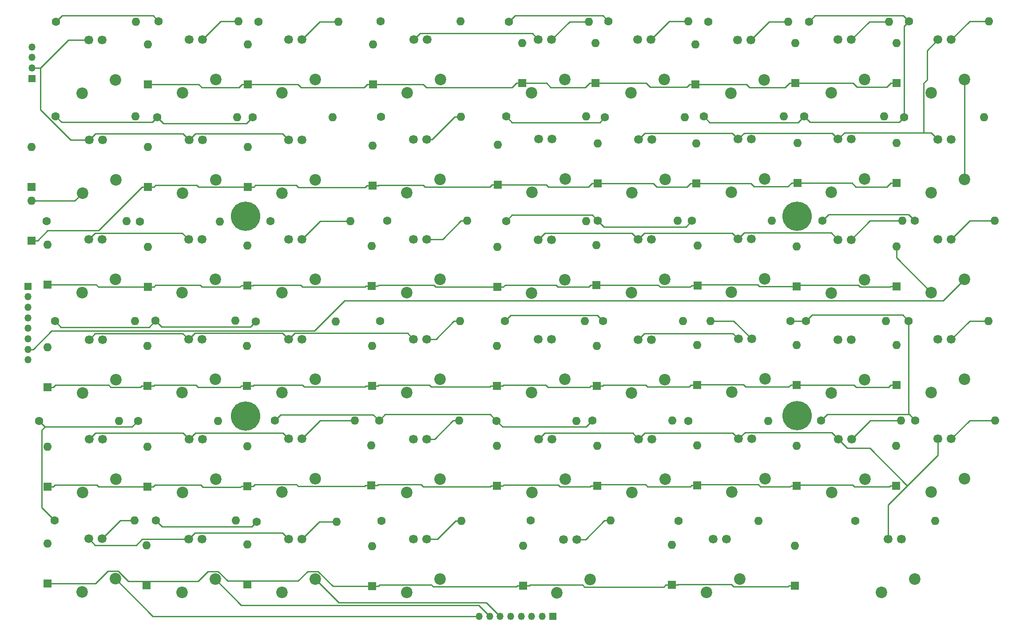
<source format=gtl>
%TF.GenerationSoftware,KiCad,Pcbnew,5.1.5+dfsg1-2build2*%
%TF.CreationDate,2021-08-29T11:58:19+02:00*%
%TF.ProjectId,BFK9kv2-left,42464b39-6b76-4322-9d6c-6566742e6b69,rev?*%
%TF.SameCoordinates,Original*%
%TF.FileFunction,Copper,L1,Top*%
%TF.FilePolarity,Positive*%
%FSLAX46Y46*%
G04 Gerber Fmt 4.6, Leading zero omitted, Abs format (unit mm)*
G04 Created by KiCad (PCBNEW 5.1.5+dfsg1-2build2) date 2021-08-29 11:58:19*
%MOMM*%
%LPD*%
G04 APERTURE LIST*
%ADD10C,1.690600*%
%ADD11C,2.200000*%
%ADD12O,1.600000X1.600000*%
%ADD13C,1.600000*%
%ADD14R,1.600000X1.600000*%
%ADD15C,5.600000*%
%ADD16O,1.350000X1.350000*%
%ADD17R,1.350000X1.350000*%
%ADD18C,0.250000*%
G04 APERTURE END LIST*
D10*
X219964000Y-54229000D03*
X222504000Y-54229000D03*
D11*
X218694000Y-64389000D03*
X225044000Y-61849000D03*
D10*
X96139400Y-149453000D03*
X98679400Y-149453000D03*
D11*
X94869400Y-159613000D03*
X101219400Y-157073000D03*
D10*
X77064000Y-149479000D03*
X79604000Y-149479000D03*
D11*
X75794000Y-159639000D03*
X82144000Y-157099000D03*
D10*
X200914000Y-54229000D03*
X203454000Y-54229000D03*
D11*
X199644000Y-64389000D03*
X205994000Y-61849000D03*
D12*
X230886000Y-126848000D03*
D13*
X215646000Y-126848000D03*
D12*
X229616000Y-107848000D03*
D13*
X214376000Y-107848000D03*
D12*
X230734000Y-88747600D03*
D13*
X215494000Y-88747600D03*
D12*
X228752000Y-68986400D03*
D13*
X213512000Y-68986400D03*
D12*
X229667000Y-50749200D03*
D13*
X214427000Y-50749200D03*
D10*
X210439000Y-149478000D03*
X212979000Y-149478000D03*
D11*
X209169000Y-159638000D03*
X215519000Y-157098000D03*
D10*
X177114000Y-149453000D03*
X179654000Y-149453000D03*
D11*
X175844000Y-159613000D03*
X182194000Y-157073000D03*
D10*
X148539000Y-149504000D03*
X151079000Y-149504000D03*
D11*
X147269000Y-159664000D03*
X153619000Y-157124000D03*
D10*
X58013600Y-149403000D03*
X60553600Y-149403000D03*
D11*
X56743600Y-159563000D03*
X63093600Y-157023000D03*
D10*
X219964000Y-130353000D03*
X222504000Y-130353000D03*
D11*
X218694000Y-140513000D03*
X225044000Y-137973000D03*
D10*
X181940000Y-130353000D03*
X184480000Y-130353000D03*
D11*
X180670000Y-140513000D03*
X187020000Y-137973000D03*
D10*
X119938000Y-130378000D03*
X122478000Y-130378000D03*
D11*
X118668000Y-140538000D03*
X125018000Y-137998000D03*
D10*
X219964000Y-111354000D03*
X222504000Y-111354000D03*
D11*
X218694000Y-121514000D03*
X225044000Y-118974000D03*
D10*
X200914000Y-111404000D03*
X203454000Y-111404000D03*
D11*
X199644000Y-121564000D03*
X205994000Y-119024000D03*
D10*
X181889000Y-111303000D03*
X184429000Y-111303000D03*
D11*
X180619000Y-121463000D03*
X186969000Y-118923000D03*
D10*
X119964000Y-111353000D03*
X122504000Y-111353000D03*
D11*
X118694000Y-121513000D03*
X125044000Y-118973000D03*
D10*
X219964000Y-92303600D03*
X222504000Y-92303600D03*
D11*
X218694000Y-102463600D03*
X225044000Y-99923600D03*
D10*
X181813000Y-92252800D03*
X184353000Y-92252800D03*
D11*
X180543000Y-102412800D03*
X186893000Y-99872800D03*
D10*
X119939000Y-92303600D03*
X122479000Y-92303600D03*
D11*
X118669000Y-102463600D03*
X125019000Y-99923600D03*
D10*
X219913000Y-73253600D03*
X222453000Y-73253600D03*
D11*
X218643000Y-83413600D03*
X224993000Y-80873600D03*
D10*
X200914000Y-73202800D03*
X203454000Y-73202800D03*
D11*
X199644000Y-83362800D03*
X205994000Y-80822800D03*
D10*
X181864000Y-73202800D03*
X184404000Y-73202800D03*
D11*
X180594000Y-83362800D03*
X186944000Y-80822800D03*
D10*
X119913000Y-73279000D03*
X122453000Y-73279000D03*
D11*
X118643000Y-83439000D03*
X124993000Y-80899000D03*
D10*
X120015000Y-54229000D03*
X122555000Y-54229000D03*
D11*
X118745000Y-64389000D03*
X125095000Y-61849000D03*
D12*
X211988000Y-131674000D03*
D14*
X211988000Y-139294000D03*
D12*
X212090000Y-112471000D03*
D14*
X212090000Y-120091000D03*
D12*
X212039000Y-93675000D03*
D14*
X212039000Y-101295000D03*
D12*
X212090000Y-73914000D03*
D14*
X212090000Y-81534000D03*
D12*
X212090000Y-54864000D03*
D14*
X212090000Y-62484000D03*
D15*
X87889100Y-87873800D03*
X87889100Y-125994000D03*
X193065000Y-125959000D03*
X193065000Y-87878900D03*
D16*
X47188500Y-55628000D03*
X47188500Y-57628000D03*
X47188500Y-59628000D03*
D17*
X47188500Y-61628000D03*
D16*
X132482000Y-164186000D03*
X134482000Y-164186000D03*
X136482000Y-164186000D03*
X138482000Y-164186000D03*
X140482000Y-164186000D03*
X142482000Y-164186000D03*
X144482000Y-164186000D03*
D17*
X146482000Y-164186000D03*
D16*
X46431200Y-115270000D03*
X46431200Y-113270000D03*
X46431200Y-111270000D03*
X46431200Y-109270000D03*
X46431200Y-107270000D03*
X46431200Y-105270000D03*
X46431200Y-103270000D03*
D17*
X46431200Y-101270000D03*
D10*
X119939000Y-149453000D03*
X122479000Y-149453000D03*
D11*
X118669000Y-159613000D03*
X125019000Y-157073000D03*
D10*
X200939000Y-130429000D03*
X203479000Y-130429000D03*
D11*
X199669000Y-140589000D03*
X206019000Y-138049000D03*
D10*
X200863000Y-92354400D03*
X203403000Y-92354400D03*
D11*
X199593000Y-102514400D03*
X205943000Y-99974400D03*
D12*
X213157000Y-88747600D03*
D13*
X197917000Y-88747600D03*
D12*
X192989000Y-93624000D03*
D14*
X192989000Y-101244000D03*
D12*
X212903000Y-126848000D03*
D13*
X197663000Y-126848000D03*
D12*
X210058000Y-107899000D03*
D13*
X194818000Y-107899000D03*
D12*
X219431000Y-146024000D03*
D13*
X204191000Y-146024000D03*
D12*
X187604000Y-126898000D03*
D13*
X172364000Y-126898000D03*
D12*
X176606000Y-107848000D03*
D13*
X191846000Y-107848000D03*
D12*
X188265000Y-88747600D03*
D13*
X173025000Y-88747600D03*
D12*
X185699000Y-146024000D03*
D13*
X170459000Y-146024000D03*
D12*
X169266000Y-126848000D03*
D13*
X154026000Y-126848000D03*
D12*
X171349000Y-107925000D03*
D13*
X156109000Y-107925000D03*
D12*
X170332000Y-88722200D03*
D13*
X155092000Y-88722200D03*
D12*
X157505000Y-145923000D03*
D13*
X142265000Y-145923000D03*
D12*
X151028000Y-126898000D03*
D13*
X135788000Y-126898000D03*
D12*
X152578000Y-107899000D03*
D13*
X137338000Y-107899000D03*
D12*
X152832000Y-88823800D03*
D13*
X137592000Y-88823800D03*
D12*
X129108000Y-145999000D03*
D13*
X113868000Y-145999000D03*
D12*
X128626000Y-126848000D03*
D13*
X113386000Y-126848000D03*
D12*
X128803000Y-107899000D03*
D13*
X113563000Y-107899000D03*
D12*
X130150000Y-88773000D03*
D13*
X114910000Y-88773000D03*
D12*
X105308400Y-146126000D03*
D13*
X90068400Y-146126000D03*
D12*
X108762800Y-126848000D03*
D13*
X93522800Y-126848000D03*
D12*
X105105200Y-107950000D03*
D13*
X89865200Y-107950000D03*
D12*
X107873800Y-88823800D03*
D13*
X92633800Y-88823800D03*
D12*
X86106000Y-145923000D03*
D13*
X70866000Y-145923000D03*
D12*
X82651600Y-126898000D03*
D13*
X67411600Y-126898000D03*
D12*
X86004400Y-107823000D03*
D13*
X70764400Y-107823000D03*
D12*
X83058000Y-88900000D03*
D13*
X67818000Y-88900000D03*
D12*
X66751200Y-145898000D03*
D13*
X51511200Y-145898000D03*
D12*
X63804800Y-126898000D03*
D13*
X48564800Y-126898000D03*
D12*
X66852800Y-107925000D03*
D13*
X51612800Y-107925000D03*
D12*
X65278000Y-88823800D03*
D13*
X50038000Y-88823800D03*
D10*
X162864000Y-130378000D03*
X165404000Y-130378000D03*
D11*
X161594000Y-140538000D03*
X167944000Y-137998000D03*
D10*
X162789000Y-111404000D03*
X165329000Y-111404000D03*
D11*
X161519000Y-121564000D03*
X167869000Y-119024000D03*
D10*
X162763000Y-92329000D03*
X165303000Y-92329000D03*
D11*
X161493000Y-102489000D03*
X167843000Y-99949000D03*
D10*
X143815000Y-130403000D03*
X146355000Y-130403000D03*
D11*
X142545000Y-140563000D03*
X148895000Y-138023000D03*
D10*
X143739000Y-111379000D03*
X146279000Y-111379000D03*
D11*
X142469000Y-121539000D03*
X148819000Y-118999000D03*
D10*
X143739000Y-92354400D03*
X146279000Y-92354400D03*
D11*
X142469000Y-102514400D03*
X148819000Y-99974400D03*
D10*
X96139000Y-130328000D03*
X98679000Y-130328000D03*
D11*
X94869000Y-140488000D03*
X101219000Y-137948000D03*
D10*
X96139000Y-111379000D03*
X98679000Y-111379000D03*
D11*
X94869000Y-121539000D03*
X101219000Y-118999000D03*
D10*
X96113600Y-92329000D03*
X98653600Y-92329000D03*
D11*
X94843600Y-102489000D03*
X101193600Y-99949000D03*
D10*
X77139800Y-130429000D03*
X79679800Y-130429000D03*
D11*
X75869800Y-140589000D03*
X82219800Y-138049000D03*
D10*
X77063600Y-111379000D03*
X79603600Y-111379000D03*
D11*
X75793600Y-121539000D03*
X82143600Y-118999000D03*
D10*
X77063600Y-92329000D03*
X79603600Y-92329000D03*
D11*
X75793600Y-102489000D03*
X82143600Y-99949000D03*
D10*
X58089800Y-130429000D03*
X60629800Y-130429000D03*
D11*
X56819800Y-140589000D03*
X63169800Y-138049000D03*
D10*
X58089800Y-111404000D03*
X60629800Y-111404000D03*
D11*
X56819800Y-121564000D03*
X63169800Y-119024000D03*
D10*
X58013600Y-92303600D03*
X60553600Y-92303600D03*
D11*
X56743600Y-102463600D03*
X63093600Y-99923600D03*
D12*
X193040000Y-131699000D03*
D14*
X193040000Y-139319000D03*
D12*
X192989000Y-112420000D03*
D14*
X192989000Y-120040000D03*
D12*
X192659000Y-150698000D03*
D14*
X192659000Y-158318000D03*
D12*
X174066000Y-131623000D03*
D14*
X174066000Y-139243000D03*
D12*
X174015000Y-112471000D03*
D14*
X174015000Y-120091000D03*
D12*
X174117000Y-93472000D03*
D14*
X174117000Y-101092000D03*
D12*
X169189000Y-150596000D03*
D14*
X169189000Y-158216000D03*
D12*
X154965000Y-131648000D03*
D14*
X154965000Y-139268000D03*
D12*
X154864000Y-112649000D03*
D14*
X154864000Y-120269000D03*
D12*
X154838000Y-93421000D03*
D14*
X154838000Y-101041000D03*
D12*
X140868000Y-150749000D03*
D14*
X140868000Y-158369000D03*
D12*
X135865000Y-131648000D03*
D14*
X135865000Y-139268000D03*
D12*
X135814000Y-112598000D03*
D14*
X135814000Y-120218000D03*
D12*
X135941000Y-93777000D03*
D14*
X135941000Y-101397000D03*
D12*
X112090000Y-150825000D03*
D14*
X112090000Y-158445000D03*
D12*
X111912000Y-131597000D03*
D14*
X111912000Y-139217000D03*
D12*
X112039000Y-112598000D03*
D14*
X112039000Y-120218000D03*
D12*
X111989000Y-93599000D03*
D14*
X111989000Y-101219000D03*
D12*
X88290400Y-150444000D03*
D14*
X88290400Y-158064000D03*
D12*
X88239600Y-131801000D03*
D14*
X88239600Y-139421000D03*
D12*
X88214200Y-112649000D03*
D14*
X88214200Y-120269000D03*
D12*
X88265000Y-93472000D03*
D14*
X88265000Y-101092000D03*
D12*
X69088000Y-150622000D03*
D14*
X69088000Y-158242000D03*
D12*
X69215000Y-131826000D03*
D14*
X69215000Y-139446000D03*
D12*
X69240400Y-112598000D03*
D14*
X69240400Y-120218000D03*
D12*
X69342000Y-93726000D03*
D14*
X69342000Y-101346000D03*
D12*
X50190400Y-150317000D03*
D14*
X50190400Y-157937000D03*
D12*
X50165000Y-131826000D03*
D14*
X50165000Y-139446000D03*
D12*
X50165000Y-112903000D03*
D14*
X50165000Y-120523000D03*
D12*
X50165000Y-93345000D03*
D14*
X50165000Y-100965000D03*
D12*
X193167000Y-73914000D03*
D14*
X193167000Y-81534000D03*
D12*
X192786000Y-54864000D03*
D14*
X192786000Y-62484000D03*
D12*
X173863000Y-74041000D03*
D14*
X173863000Y-81661000D03*
D12*
X173736000Y-55118000D03*
D14*
X173736000Y-62738000D03*
D12*
X155067000Y-74041000D03*
D14*
X155067000Y-81661000D03*
D12*
X154686000Y-54864000D03*
D14*
X154686000Y-62484000D03*
D12*
X136017000Y-74295000D03*
D14*
X136017000Y-81915000D03*
D12*
X140716000Y-54864000D03*
D14*
X140716000Y-62484000D03*
D12*
X112141000Y-74422000D03*
D14*
X112141000Y-82042000D03*
D12*
X112268000Y-55118000D03*
D14*
X112268000Y-62738000D03*
D12*
X88392000Y-74676000D03*
D14*
X88392000Y-82296000D03*
D12*
X88392000Y-55118000D03*
D14*
X88392000Y-62738000D03*
D12*
X69342000Y-74676000D03*
D14*
X69342000Y-82296000D03*
D12*
X69342000Y-55118000D03*
D14*
X69342000Y-62738000D03*
D12*
X47142400Y-84937600D03*
D14*
X47142400Y-92557600D03*
D12*
X47142400Y-74676000D03*
D14*
X47142400Y-82296000D03*
D10*
X162712000Y-54229000D03*
X165252000Y-54229000D03*
D11*
X161442000Y-64389000D03*
X167792000Y-61849000D03*
D10*
X181737000Y-54279800D03*
X184277000Y-54279800D03*
D11*
X180467000Y-64439800D03*
X186817000Y-61899800D03*
D10*
X162839000Y-73253600D03*
X165379000Y-73253600D03*
D11*
X161569000Y-83413600D03*
X167919000Y-80873600D03*
D10*
X143789000Y-73202800D03*
X146329000Y-73202800D03*
D11*
X142519000Y-83362800D03*
X148869000Y-80822800D03*
D10*
X143764000Y-54229000D03*
X146304000Y-54229000D03*
D11*
X142494000Y-64389000D03*
X148844000Y-61849000D03*
D10*
X96139000Y-73304400D03*
X98679000Y-73304400D03*
D11*
X94869000Y-83464400D03*
X101219000Y-80924400D03*
D10*
X96139000Y-54229000D03*
X98679000Y-54229000D03*
D11*
X94869000Y-64389000D03*
X101219000Y-61849000D03*
D10*
X77139800Y-73304400D03*
X79679800Y-73304400D03*
D11*
X75869800Y-83464400D03*
X82219800Y-80924400D03*
D10*
X77165200Y-54203600D03*
X79705200Y-54203600D03*
D11*
X75895200Y-64363600D03*
X82245200Y-61823600D03*
D10*
X58115200Y-73304400D03*
X60655200Y-73304400D03*
D11*
X56845200Y-83464400D03*
X63195200Y-80924400D03*
D10*
X58064400Y-54254400D03*
X60604400Y-54254400D03*
D11*
X56794400Y-64414400D03*
X63144400Y-61874400D03*
D12*
X209677000Y-68834000D03*
D13*
X194437000Y-68834000D03*
D12*
X210617000Y-50800000D03*
D13*
X195377000Y-50800000D03*
D12*
X190551000Y-68884800D03*
D13*
X175311000Y-68884800D03*
D12*
X191364000Y-50800000D03*
D13*
X176124000Y-50800000D03*
D12*
X171679000Y-69037200D03*
D13*
X156439000Y-69037200D03*
D12*
X172364000Y-50749200D03*
D13*
X157124000Y-50749200D03*
D12*
X152883000Y-68884800D03*
D13*
X137643000Y-68884800D03*
D12*
X153416000Y-50800000D03*
D13*
X138176000Y-50800000D03*
D12*
X128956000Y-68961000D03*
D13*
X113716000Y-68961000D03*
D12*
X128880000Y-50749200D03*
D13*
X113640000Y-50749200D03*
D12*
X104546400Y-69062600D03*
D13*
X89306400Y-69062600D03*
D12*
X105664000Y-50800000D03*
D13*
X90424000Y-50800000D03*
D12*
X86309200Y-69062600D03*
D13*
X71069200Y-69062600D03*
D12*
X86614000Y-50698400D03*
D13*
X71374000Y-50698400D03*
D12*
X66929000Y-68834000D03*
D13*
X51689000Y-68834000D03*
D12*
X67056000Y-50800000D03*
D13*
X51816000Y-50800000D03*
D18*
X86614000Y-50698400D02*
X83210400Y-50698400D01*
X83210400Y-50698400D02*
X79705200Y-54203600D01*
X105664000Y-50800000D02*
X102108000Y-50800000D01*
X102108000Y-50800000D02*
X98679000Y-54229000D01*
X153416000Y-50800000D02*
X149733000Y-50800000D01*
X149733000Y-50800000D02*
X146304000Y-54229000D01*
X172364000Y-50749200D02*
X168731800Y-50749200D01*
X168731800Y-50749200D02*
X165252000Y-54229000D01*
X191364000Y-50800000D02*
X187756800Y-50800000D01*
X187756800Y-50800000D02*
X184277000Y-54279800D01*
X210617000Y-50800000D02*
X206883000Y-50800000D01*
X206883000Y-50800000D02*
X203454000Y-54229000D01*
X128956000Y-68961000D02*
X127830700Y-68961000D01*
X122453000Y-73279000D02*
X123512700Y-73279000D01*
X123512700Y-73279000D02*
X127830700Y-68961000D01*
X154686000Y-62484000D02*
X153560700Y-62484000D01*
X140716000Y-62484000D02*
X145293200Y-62484000D01*
X145293200Y-62484000D02*
X146124200Y-63315000D01*
X146124200Y-63315000D02*
X152729700Y-63315000D01*
X152729700Y-63315000D02*
X153560700Y-62484000D01*
X140153400Y-62484000D02*
X140716000Y-62484000D01*
X140153400Y-62484000D02*
X139590700Y-62484000D01*
X88392000Y-62738000D02*
X87266700Y-62738000D01*
X69342000Y-62738000D02*
X78999200Y-62738000D01*
X78999200Y-62738000D02*
X79572200Y-63311000D01*
X79572200Y-63311000D02*
X86693700Y-63311000D01*
X86693700Y-63311000D02*
X87266700Y-62738000D01*
X173736000Y-62738000D02*
X172610700Y-62738000D01*
X154686000Y-62484000D02*
X164292000Y-62484000D01*
X164292000Y-62484000D02*
X165097200Y-63289200D01*
X165097200Y-63289200D02*
X172059500Y-63289200D01*
X172059500Y-63289200D02*
X172610700Y-62738000D01*
X112268000Y-62738000D02*
X111142700Y-62738000D01*
X88392000Y-62738000D02*
X97922200Y-62738000D01*
X97922200Y-62738000D02*
X98499200Y-63315000D01*
X98499200Y-63315000D02*
X110565700Y-63315000D01*
X110565700Y-63315000D02*
X111142700Y-62738000D01*
X112268000Y-62738000D02*
X121798200Y-62738000D01*
X121798200Y-62738000D02*
X122375200Y-63315000D01*
X122375200Y-63315000D02*
X138759700Y-63315000D01*
X138759700Y-63315000D02*
X139590700Y-62484000D01*
X212090000Y-62484000D02*
X210964700Y-62484000D01*
X192786000Y-62484000D02*
X203727900Y-62484000D01*
X203727900Y-62484000D02*
X204525700Y-63281800D01*
X204525700Y-63281800D02*
X210166900Y-63281800D01*
X210166900Y-63281800D02*
X210964700Y-62484000D01*
X192223400Y-62484000D02*
X192786000Y-62484000D01*
X192223400Y-62484000D02*
X191660700Y-62484000D01*
X173736000Y-62738000D02*
X183418600Y-62738000D01*
X183418600Y-62738000D02*
X184021500Y-63340900D01*
X184021500Y-63340900D02*
X190803800Y-63340900D01*
X190803800Y-63340900D02*
X191660700Y-62484000D01*
X47142400Y-84937600D02*
X55372000Y-84937600D01*
X55372000Y-84937600D02*
X56845200Y-83464400D01*
X69342000Y-82296000D02*
X68216700Y-82296000D01*
X47142400Y-92557600D02*
X48267700Y-92557600D01*
X48267700Y-92557600D02*
X50193600Y-90631700D01*
X50193600Y-90631700D02*
X59881000Y-90631700D01*
X59881000Y-90631700D02*
X68216700Y-82296000D01*
X88392000Y-82296000D02*
X87266700Y-82296000D01*
X69342000Y-82296000D02*
X70467300Y-82296000D01*
X70467300Y-82296000D02*
X70764700Y-81998600D01*
X70764700Y-81998600D02*
X78584100Y-81998600D01*
X78584100Y-81998600D02*
X78943700Y-82358200D01*
X78943700Y-82358200D02*
X87204500Y-82358200D01*
X87204500Y-82358200D02*
X87266700Y-82296000D01*
X212090000Y-81534000D02*
X210964700Y-81534000D01*
X193167000Y-81534000D02*
X203561500Y-81534000D01*
X203561500Y-81534000D02*
X204301800Y-82274300D01*
X204301800Y-82274300D02*
X210224400Y-82274300D01*
X210224400Y-82274300D02*
X210964700Y-81534000D01*
X192604400Y-81534000D02*
X193167000Y-81534000D01*
X173863000Y-81661000D02*
X172737700Y-81661000D01*
X155067000Y-81661000D02*
X165693200Y-81661000D01*
X165693200Y-81661000D02*
X166338800Y-82306600D01*
X166338800Y-82306600D02*
X172092100Y-82306600D01*
X172092100Y-82306600D02*
X172737700Y-81661000D01*
X154504400Y-81661000D02*
X155067000Y-81661000D01*
X112141000Y-82042000D02*
X111015700Y-82042000D01*
X88392000Y-82296000D02*
X89517300Y-82296000D01*
X89517300Y-82296000D02*
X89814700Y-81998600D01*
X89814700Y-81998600D02*
X97583300Y-81998600D01*
X97583300Y-81998600D02*
X97977500Y-82392800D01*
X97977500Y-82392800D02*
X110664900Y-82392800D01*
X110664900Y-82392800D02*
X111015700Y-82042000D01*
X136017000Y-81915000D02*
X134891700Y-81915000D01*
X112141000Y-82042000D02*
X113266300Y-82042000D01*
X113266300Y-82042000D02*
X113351200Y-81957100D01*
X113351200Y-81957100D02*
X121789100Y-81957100D01*
X121789100Y-81957100D02*
X122167300Y-82335300D01*
X122167300Y-82335300D02*
X134471400Y-82335300D01*
X134471400Y-82335300D02*
X134891700Y-81915000D01*
X192604400Y-81534000D02*
X192041700Y-81534000D01*
X173863000Y-81661000D02*
X184301900Y-81661000D01*
X184301900Y-81661000D02*
X184898700Y-82257800D01*
X184898700Y-82257800D02*
X191317900Y-82257800D01*
X191317900Y-82257800D02*
X192041700Y-81534000D01*
X154504400Y-81661000D02*
X153941700Y-81661000D01*
X136017000Y-81915000D02*
X145251300Y-81915000D01*
X145251300Y-81915000D02*
X145628500Y-82292200D01*
X145628500Y-82292200D02*
X153310500Y-82292200D01*
X153310500Y-82292200D02*
X153941700Y-81661000D01*
X213512000Y-68986400D02*
X213512000Y-51664200D01*
X213512000Y-51664200D02*
X214427000Y-50749200D01*
X194437000Y-68834000D02*
X195569100Y-69966100D01*
X195569100Y-69966100D02*
X212532300Y-69966100D01*
X212532300Y-69966100D02*
X213512000Y-68986400D01*
X215494000Y-88747600D02*
X214318600Y-87572200D01*
X214318600Y-87572200D02*
X199092400Y-87572200D01*
X199092400Y-87572200D02*
X197917000Y-88747600D01*
X175311000Y-68884800D02*
X176443700Y-70017500D01*
X176443700Y-70017500D02*
X193253500Y-70017500D01*
X193253500Y-70017500D02*
X194437000Y-68834000D01*
X137643000Y-68884800D02*
X138769600Y-70011400D01*
X138769600Y-70011400D02*
X155464800Y-70011400D01*
X155464800Y-70011400D02*
X156439000Y-69037200D01*
X157124000Y-50749200D02*
X156042900Y-49668100D01*
X156042900Y-49668100D02*
X139307900Y-49668100D01*
X139307900Y-49668100D02*
X138176000Y-50800000D01*
X214376000Y-125702400D02*
X214500400Y-125702400D01*
X214500400Y-125702400D02*
X215646000Y-126848000D01*
X197663000Y-126848000D02*
X198808600Y-125702400D01*
X198808600Y-125702400D02*
X214376000Y-125702400D01*
X214376000Y-125702400D02*
X214376000Y-107848000D01*
X191846000Y-107848000D02*
X194767000Y-107848000D01*
X194767000Y-107848000D02*
X194818000Y-107899000D01*
X173025000Y-88747600D02*
X171876300Y-89896300D01*
X171876300Y-89896300D02*
X156266100Y-89896300D01*
X156266100Y-89896300D02*
X155092000Y-88722200D01*
X137592000Y-88823800D02*
X138761700Y-87654100D01*
X138761700Y-87654100D02*
X154023900Y-87654100D01*
X154023900Y-87654100D02*
X155092000Y-88722200D01*
X113386000Y-126848000D02*
X112260500Y-125722500D01*
X112260500Y-125722500D02*
X94648300Y-125722500D01*
X94648300Y-125722500D02*
X93522800Y-126848000D01*
X113386000Y-126848000D02*
X114529000Y-125705000D01*
X114529000Y-125705000D02*
X134595000Y-125705000D01*
X134595000Y-125705000D02*
X135788000Y-126898000D01*
X70764400Y-107823000D02*
X71904100Y-108962700D01*
X71904100Y-108962700D02*
X88852500Y-108962700D01*
X88852500Y-108962700D02*
X89865200Y-107950000D01*
X70764400Y-107823000D02*
X69537000Y-109050400D01*
X69537000Y-109050400D02*
X52738200Y-109050400D01*
X52738200Y-109050400D02*
X51612800Y-107925000D01*
X49690200Y-128023400D02*
X48564800Y-126898000D01*
X67411600Y-126898000D02*
X66286200Y-128023400D01*
X66286200Y-128023400D02*
X49690200Y-128023400D01*
X51511200Y-145898000D02*
X49027700Y-143414500D01*
X49027700Y-143414500D02*
X49027700Y-128685900D01*
X49027700Y-128685900D02*
X49690200Y-128023400D01*
X214427000Y-50749200D02*
X213352400Y-49674600D01*
X213352400Y-49674600D02*
X196502400Y-49674600D01*
X196502400Y-49674600D02*
X195377000Y-50800000D01*
X154026000Y-126848000D02*
X152850600Y-128023400D01*
X152850600Y-128023400D02*
X136913400Y-128023400D01*
X136913400Y-128023400D02*
X135788000Y-126898000D01*
X51816000Y-50800000D02*
X52951400Y-49664600D01*
X52951400Y-49664600D02*
X70340200Y-49664600D01*
X70340200Y-49664600D02*
X71374000Y-50698400D01*
X70866000Y-145923000D02*
X71993200Y-147050200D01*
X71993200Y-147050200D02*
X89144200Y-147050200D01*
X89144200Y-147050200D02*
X90068400Y-146126000D01*
X71069200Y-69062600D02*
X72241600Y-70235000D01*
X72241600Y-70235000D02*
X88134000Y-70235000D01*
X88134000Y-70235000D02*
X89306400Y-69062600D01*
X51689000Y-68834000D02*
X52846300Y-69991300D01*
X52846300Y-69991300D02*
X70140500Y-69991300D01*
X70140500Y-69991300D02*
X71069200Y-69062600D01*
X194818000Y-107899000D02*
X195976300Y-106740700D01*
X195976300Y-106740700D02*
X213268700Y-106740700D01*
X213268700Y-106740700D02*
X214376000Y-107848000D01*
X137338000Y-107899000D02*
X138474000Y-106763000D01*
X138474000Y-106763000D02*
X154947000Y-106763000D01*
X154947000Y-106763000D02*
X156109000Y-107925000D01*
X214113100Y-139265300D02*
X219964000Y-133414400D01*
X219964000Y-133414400D02*
X219964000Y-130353000D01*
X210439000Y-149478000D02*
X210439000Y-142939400D01*
X210439000Y-142939400D02*
X214113100Y-139265300D01*
X214113100Y-139265300D02*
X206962500Y-132114700D01*
X206962500Y-132114700D02*
X202624700Y-132114700D01*
X202624700Y-132114700D02*
X200939000Y-130429000D01*
X181813000Y-92252800D02*
X182999300Y-91066500D01*
X182999300Y-91066500D02*
X199575100Y-91066500D01*
X199575100Y-91066500D02*
X200863000Y-92354400D01*
X120015000Y-54229000D02*
X121192400Y-53051600D01*
X121192400Y-53051600D02*
X142586600Y-53051600D01*
X142586600Y-53051600D02*
X143764000Y-54229000D01*
X162864000Y-130378000D02*
X164059700Y-129182300D01*
X164059700Y-129182300D02*
X180769300Y-129182300D01*
X180769300Y-129182300D02*
X181940000Y-130353000D01*
X162864000Y-130378000D02*
X161717200Y-129231200D01*
X161717200Y-129231200D02*
X144986800Y-129231200D01*
X144986800Y-129231200D02*
X143815000Y-130403000D01*
X217256000Y-72014700D02*
X202102100Y-72014700D01*
X202102100Y-72014700D02*
X200914000Y-73202800D01*
X219913000Y-73253600D02*
X218674100Y-72014700D01*
X218674100Y-72014700D02*
X217256000Y-72014700D01*
X219964000Y-54229000D02*
X217898600Y-56294400D01*
X217898600Y-56294400D02*
X217898600Y-61870600D01*
X217898600Y-61870600D02*
X217256000Y-62513200D01*
X217256000Y-62513200D02*
X217256000Y-72014700D01*
X181864000Y-73202800D02*
X183034700Y-72032100D01*
X183034700Y-72032100D02*
X199743300Y-72032100D01*
X199743300Y-72032100D02*
X200914000Y-73202800D01*
X162839000Y-73253600D02*
X164009800Y-72082800D01*
X164009800Y-72082800D02*
X180744000Y-72082800D01*
X180744000Y-72082800D02*
X181864000Y-73202800D01*
X200939000Y-130429000D02*
X199648600Y-129138600D01*
X199648600Y-129138600D02*
X183154400Y-129138600D01*
X183154400Y-129138600D02*
X181940000Y-130353000D01*
X181889000Y-111303000D02*
X180817900Y-110231900D01*
X180817900Y-110231900D02*
X163961100Y-110231900D01*
X163961100Y-110231900D02*
X162789000Y-111404000D01*
X162763000Y-92329000D02*
X163933700Y-91158300D01*
X163933700Y-91158300D02*
X180718500Y-91158300D01*
X180718500Y-91158300D02*
X181813000Y-92252800D01*
X162763000Y-92329000D02*
X161566600Y-91132600D01*
X161566600Y-91132600D02*
X144960800Y-91132600D01*
X144960800Y-91132600D02*
X143739000Y-92354400D01*
X96139000Y-111379000D02*
X97309600Y-110208400D01*
X97309600Y-110208400D02*
X118819400Y-110208400D01*
X118819400Y-110208400D02*
X119964000Y-111353000D01*
X77063600Y-111379000D02*
X78234200Y-110208400D01*
X78234200Y-110208400D02*
X94968400Y-110208400D01*
X94968400Y-110208400D02*
X96139000Y-111379000D01*
X58013600Y-149403000D02*
X59224800Y-150614200D01*
X59224800Y-150614200D02*
X67099800Y-150614200D01*
X67099800Y-150614200D02*
X68235000Y-149479000D01*
X68235000Y-149479000D02*
X77064000Y-149479000D01*
X58115200Y-73304400D02*
X59285900Y-72133700D01*
X59285900Y-72133700D02*
X75969100Y-72133700D01*
X75969100Y-72133700D02*
X77139800Y-73304400D01*
X48801300Y-59628000D02*
X48801300Y-67576100D01*
X48801300Y-67576100D02*
X54529600Y-73304400D01*
X54529600Y-73304400D02*
X58115200Y-73304400D01*
X58064400Y-54254400D02*
X54174900Y-54254400D01*
X54174900Y-54254400D02*
X48801300Y-59628000D01*
X48188800Y-59628000D02*
X48801300Y-59628000D01*
X77063600Y-92329000D02*
X75816700Y-91082100D01*
X75816700Y-91082100D02*
X59235100Y-91082100D01*
X59235100Y-91082100D02*
X58013600Y-92303600D01*
X77139800Y-130429000D02*
X78326300Y-129242500D01*
X78326300Y-129242500D02*
X95053500Y-129242500D01*
X95053500Y-129242500D02*
X96139000Y-130328000D01*
X77139800Y-130429000D02*
X75958500Y-129247700D01*
X75958500Y-129247700D02*
X59271100Y-129247700D01*
X59271100Y-129247700D02*
X58089800Y-130429000D01*
X77064000Y-149479000D02*
X78250200Y-148292800D01*
X78250200Y-148292800D02*
X94979200Y-148292800D01*
X94979200Y-148292800D02*
X96139400Y-149453000D01*
X58089800Y-111404000D02*
X59260400Y-110233400D01*
X59260400Y-110233400D02*
X75918000Y-110233400D01*
X75918000Y-110233400D02*
X77063600Y-111379000D01*
X96139000Y-73304400D02*
X94954200Y-72119600D01*
X94954200Y-72119600D02*
X78324600Y-72119600D01*
X78324600Y-72119600D02*
X77139800Y-73304400D01*
X47188500Y-59628000D02*
X48188800Y-59628000D01*
X135941000Y-101397000D02*
X137066300Y-101397000D01*
X137066300Y-101397000D02*
X137418100Y-101045200D01*
X137418100Y-101045200D02*
X147077400Y-101045200D01*
X147077400Y-101045200D02*
X147437400Y-101405200D01*
X147437400Y-101405200D02*
X153348500Y-101405200D01*
X153348500Y-101405200D02*
X153712700Y-101041000D01*
X113114300Y-101219000D02*
X113303100Y-101030200D01*
X113303100Y-101030200D02*
X123785100Y-101030200D01*
X123785100Y-101030200D02*
X124151900Y-101397000D01*
X124151900Y-101397000D02*
X135941000Y-101397000D01*
X154838000Y-101041000D02*
X153712700Y-101041000D01*
X212039000Y-101295000D02*
X210913700Y-101295000D01*
X192426400Y-101244000D02*
X192611900Y-101058500D01*
X192611900Y-101058500D02*
X204737400Y-101058500D01*
X204737400Y-101058500D02*
X205081700Y-101402800D01*
X205081700Y-101402800D02*
X210805900Y-101402800D01*
X210805900Y-101402800D02*
X210913700Y-101295000D01*
X192426400Y-101244000D02*
X191863700Y-101244000D01*
X192989000Y-101244000D02*
X192426400Y-101244000D01*
X173554400Y-101092000D02*
X173733600Y-100912800D01*
X173733600Y-100912800D02*
X185541700Y-100912800D01*
X185541700Y-100912800D02*
X185928900Y-101300000D01*
X185928900Y-101300000D02*
X191807700Y-101300000D01*
X191807700Y-101300000D02*
X191863700Y-101244000D01*
X173554400Y-101092000D02*
X172991700Y-101092000D01*
X174117000Y-101092000D02*
X173554400Y-101092000D01*
X69342000Y-101346000D02*
X68216700Y-101346000D01*
X50165000Y-100965000D02*
X59425100Y-100965000D01*
X59425100Y-100965000D02*
X59866700Y-101406600D01*
X59866700Y-101406600D02*
X68156100Y-101406600D01*
X68156100Y-101406600D02*
X68216700Y-101346000D01*
X88265000Y-101092000D02*
X87139700Y-101092000D01*
X69342000Y-101346000D02*
X70467300Y-101346000D01*
X70467300Y-101346000D02*
X70769500Y-101043800D01*
X70769500Y-101043800D02*
X79297900Y-101043800D01*
X79297900Y-101043800D02*
X79632800Y-101378700D01*
X79632800Y-101378700D02*
X86853000Y-101378700D01*
X86853000Y-101378700D02*
X87139700Y-101092000D01*
X154838000Y-101041000D02*
X166619900Y-101041000D01*
X166619900Y-101041000D02*
X166983800Y-101404900D01*
X166983800Y-101404900D02*
X172678800Y-101404900D01*
X172678800Y-101404900D02*
X172991700Y-101092000D01*
X111989000Y-101219000D02*
X113114300Y-101219000D01*
X111426400Y-101219000D02*
X111989000Y-101219000D01*
X111426400Y-101219000D02*
X110863700Y-101219000D01*
X88265000Y-101092000D02*
X89390300Y-101092000D01*
X89390300Y-101092000D02*
X89475200Y-101007100D01*
X89475200Y-101007100D02*
X98391600Y-101007100D01*
X98391600Y-101007100D02*
X98759900Y-101375400D01*
X98759900Y-101375400D02*
X110707300Y-101375400D01*
X110707300Y-101375400D02*
X110863700Y-101219000D01*
X112039000Y-120218000D02*
X110913700Y-120218000D01*
X88214200Y-120269000D02*
X89339500Y-120269000D01*
X89339500Y-120269000D02*
X89525100Y-120083400D01*
X89525100Y-120083400D02*
X98792100Y-120083400D01*
X98792100Y-120083400D02*
X99143900Y-120435200D01*
X99143900Y-120435200D02*
X110696500Y-120435200D01*
X110696500Y-120435200D02*
X110913700Y-120218000D01*
X87651600Y-120269000D02*
X88214200Y-120269000D01*
X192989000Y-120040000D02*
X191863700Y-120040000D01*
X173452400Y-120091000D02*
X173538800Y-120004600D01*
X173538800Y-120004600D02*
X182870400Y-120004600D01*
X182870400Y-120004600D02*
X183257100Y-120391300D01*
X183257100Y-120391300D02*
X191512400Y-120391300D01*
X191512400Y-120391300D02*
X191863700Y-120040000D01*
X173452400Y-120091000D02*
X172889700Y-120091000D01*
X174015000Y-120091000D02*
X173452400Y-120091000D01*
X154864000Y-120269000D02*
X155989300Y-120269000D01*
X155989300Y-120269000D02*
X156171800Y-120086500D01*
X156171800Y-120086500D02*
X164221600Y-120086500D01*
X164221600Y-120086500D02*
X164584800Y-120449700D01*
X164584800Y-120449700D02*
X172531000Y-120449700D01*
X172531000Y-120449700D02*
X172889700Y-120091000D01*
X154301400Y-120269000D02*
X154864000Y-120269000D01*
X69240400Y-120218000D02*
X68115100Y-120218000D01*
X50165000Y-120523000D02*
X51290300Y-120523000D01*
X51290300Y-120523000D02*
X51722700Y-120090600D01*
X51722700Y-120090600D02*
X61830200Y-120090600D01*
X61830200Y-120090600D02*
X62204900Y-120465300D01*
X62204900Y-120465300D02*
X67867800Y-120465300D01*
X67867800Y-120465300D02*
X68115100Y-120218000D01*
X212090000Y-120091000D02*
X210964700Y-120091000D01*
X192989000Y-120040000D02*
X203910500Y-120040000D01*
X203910500Y-120040000D02*
X204370800Y-120500300D01*
X204370800Y-120500300D02*
X210555400Y-120500300D01*
X210555400Y-120500300D02*
X210964700Y-120091000D01*
X154301400Y-120269000D02*
X153738700Y-120269000D01*
X135814000Y-120218000D02*
X134688700Y-120218000D01*
X112039000Y-120218000D02*
X113164300Y-120218000D01*
X113164300Y-120218000D02*
X113346800Y-120035500D01*
X113346800Y-120035500D02*
X122971400Y-120035500D01*
X122971400Y-120035500D02*
X123341000Y-120405100D01*
X123341000Y-120405100D02*
X134501600Y-120405100D01*
X134501600Y-120405100D02*
X134688700Y-120218000D01*
X135814000Y-120218000D02*
X136939300Y-120218000D01*
X136939300Y-120218000D02*
X137118500Y-120038800D01*
X137118500Y-120038800D02*
X145148900Y-120038800D01*
X145148900Y-120038800D02*
X145575300Y-120465200D01*
X145575300Y-120465200D02*
X153542500Y-120465200D01*
X153542500Y-120465200D02*
X153738700Y-120269000D01*
X87651600Y-120269000D02*
X87088900Y-120269000D01*
X69240400Y-120218000D02*
X70365700Y-120218000D01*
X70365700Y-120218000D02*
X70544900Y-120038800D01*
X70544900Y-120038800D02*
X78473500Y-120038800D01*
X78473500Y-120038800D02*
X78899900Y-120465200D01*
X78899900Y-120465200D02*
X86892700Y-120465200D01*
X86892700Y-120465200D02*
X87088900Y-120269000D01*
X211988000Y-139294000D02*
X210862700Y-139294000D01*
X192477400Y-139319000D02*
X192663000Y-139133400D01*
X192663000Y-139133400D02*
X203682300Y-139133400D01*
X203682300Y-139133400D02*
X204044100Y-139495200D01*
X204044100Y-139495200D02*
X210661500Y-139495200D01*
X210661500Y-139495200D02*
X210862700Y-139294000D01*
X192477400Y-139319000D02*
X191914700Y-139319000D01*
X193040000Y-139319000D02*
X192477400Y-139319000D01*
X173503400Y-139243000D02*
X173689000Y-139057400D01*
X173689000Y-139057400D02*
X185697300Y-139057400D01*
X185697300Y-139057400D02*
X186067100Y-139427200D01*
X186067100Y-139427200D02*
X191806500Y-139427200D01*
X191806500Y-139427200D02*
X191914700Y-139319000D01*
X173503400Y-139243000D02*
X172940700Y-139243000D01*
X174066000Y-139243000D02*
X173503400Y-139243000D01*
X69215000Y-139446000D02*
X68089700Y-139446000D01*
X50165000Y-139446000D02*
X51290300Y-139446000D01*
X51290300Y-139446000D02*
X51592500Y-139143800D01*
X51592500Y-139143800D02*
X59554700Y-139143800D01*
X59554700Y-139143800D02*
X59918300Y-139507400D01*
X59918300Y-139507400D02*
X68028300Y-139507400D01*
X68028300Y-139507400D02*
X68089700Y-139446000D01*
X88239600Y-139421000D02*
X87114300Y-139421000D01*
X69215000Y-139446000D02*
X70340300Y-139446000D01*
X70340300Y-139446000D02*
X70642500Y-139143800D01*
X70642500Y-139143800D02*
X79390100Y-139143800D01*
X79390100Y-139143800D02*
X79767200Y-139520900D01*
X79767200Y-139520900D02*
X87014400Y-139520900D01*
X87014400Y-139520900D02*
X87114300Y-139421000D01*
X135865000Y-139268000D02*
X134739700Y-139268000D01*
X111912000Y-139217000D02*
X113037300Y-139217000D01*
X113037300Y-139217000D02*
X113216500Y-139037800D01*
X113216500Y-139037800D02*
X121347900Y-139037800D01*
X121347900Y-139037800D02*
X121774300Y-139464200D01*
X121774300Y-139464200D02*
X134543500Y-139464200D01*
X134543500Y-139464200D02*
X134739700Y-139268000D01*
X111349400Y-139217000D02*
X111912000Y-139217000D01*
X111349400Y-139217000D02*
X110786700Y-139217000D01*
X88239600Y-139421000D02*
X89364900Y-139421000D01*
X89364900Y-139421000D02*
X89745900Y-139040000D01*
X89745900Y-139040000D02*
X97601100Y-139040000D01*
X97601100Y-139040000D02*
X97974400Y-139413300D01*
X97974400Y-139413300D02*
X110590400Y-139413300D01*
X110590400Y-139413300D02*
X110786700Y-139217000D01*
X154402400Y-139268000D02*
X154591200Y-139079200D01*
X154591200Y-139079200D02*
X164179100Y-139079200D01*
X164179100Y-139079200D02*
X164527300Y-139427400D01*
X164527300Y-139427400D02*
X172756300Y-139427400D01*
X172756300Y-139427400D02*
X172940700Y-139243000D01*
X154402400Y-139268000D02*
X153839700Y-139268000D01*
X154965000Y-139268000D02*
X154402400Y-139268000D01*
X135865000Y-139268000D02*
X136990300Y-139268000D01*
X136990300Y-139268000D02*
X137172800Y-139085500D01*
X137172800Y-139085500D02*
X147532800Y-139085500D01*
X147532800Y-139085500D02*
X147902300Y-139455000D01*
X147902300Y-139455000D02*
X153652700Y-139455000D01*
X153652700Y-139455000D02*
X153839700Y-139268000D01*
X112090000Y-158445000D02*
X113215300Y-158445000D01*
X113215300Y-158445000D02*
X113512800Y-158147500D01*
X113512800Y-158147500D02*
X123354600Y-158147500D01*
X123354600Y-158147500D02*
X123720900Y-158513800D01*
X123720900Y-158513800D02*
X139597900Y-158513800D01*
X139597900Y-158513800D02*
X139742700Y-158369000D01*
X112090000Y-158445000D02*
X104607300Y-158445000D01*
X104607300Y-158445000D02*
X101761600Y-155599300D01*
X101761600Y-155599300D02*
X99783100Y-155599300D01*
X99783100Y-155599300D02*
X97929300Y-157453100D01*
X97929300Y-157453100D02*
X88290400Y-157453100D01*
X140868000Y-158369000D02*
X139742700Y-158369000D01*
X169189000Y-158216000D02*
X168063700Y-158216000D01*
X140868000Y-158369000D02*
X141993300Y-158369000D01*
X141993300Y-158369000D02*
X142175800Y-158186500D01*
X142175800Y-158186500D02*
X152174400Y-158186500D01*
X152174400Y-158186500D02*
X152569400Y-158581500D01*
X152569400Y-158581500D02*
X167698200Y-158581500D01*
X167698200Y-158581500D02*
X168063700Y-158216000D01*
X192659000Y-158318000D02*
X191533700Y-158318000D01*
X169189000Y-158216000D02*
X170314300Y-158216000D01*
X170314300Y-158216000D02*
X170399200Y-158131100D01*
X170399200Y-158131100D02*
X180592200Y-158131100D01*
X180592200Y-158131100D02*
X180984000Y-158522900D01*
X180984000Y-158522900D02*
X191328800Y-158522900D01*
X191328800Y-158522900D02*
X191533700Y-158318000D01*
X88290400Y-157453100D02*
X84514000Y-157453100D01*
X84514000Y-157453100D02*
X82686200Y-155625300D01*
X82686200Y-155625300D02*
X80707700Y-155625300D01*
X80707700Y-155625300D02*
X78853900Y-157479100D01*
X78853900Y-157479100D02*
X69088000Y-157479100D01*
X88290400Y-157453100D02*
X88290400Y-158064000D01*
X50190400Y-157937000D02*
X59269600Y-157937000D01*
X59269600Y-157937000D02*
X61657300Y-155549300D01*
X61657300Y-155549300D02*
X63635800Y-155549300D01*
X63635800Y-155549300D02*
X65565600Y-157479100D01*
X65565600Y-157479100D02*
X69088000Y-157479100D01*
X69088000Y-158242000D02*
X69088000Y-157479100D01*
X107873800Y-88823800D02*
X102158800Y-88823800D01*
X102158800Y-88823800D02*
X98653600Y-92329000D01*
X130150000Y-88773000D02*
X129024700Y-88773000D01*
X122479000Y-92303600D02*
X125494100Y-92303600D01*
X125494100Y-92303600D02*
X129024700Y-88773000D01*
X213157000Y-88747600D02*
X207009800Y-88747600D01*
X207009800Y-88747600D02*
X203403000Y-92354400D01*
X128803000Y-107899000D02*
X127677700Y-107899000D01*
X122504000Y-111353000D02*
X124223700Y-111353000D01*
X124223700Y-111353000D02*
X127677700Y-107899000D01*
X176606000Y-107848000D02*
X180974000Y-107848000D01*
X180974000Y-107848000D02*
X184429000Y-111303000D01*
X108762800Y-126848000D02*
X102159000Y-126848000D01*
X102159000Y-126848000D02*
X98679000Y-130328000D01*
X128626000Y-126848000D02*
X127500700Y-126848000D01*
X122478000Y-130378000D02*
X123970700Y-130378000D01*
X123970700Y-130378000D02*
X127500700Y-126848000D01*
X212903000Y-126848000D02*
X207060000Y-126848000D01*
X207060000Y-126848000D02*
X203479000Y-130429000D01*
X66751200Y-145898000D02*
X64058600Y-145898000D01*
X64058600Y-145898000D02*
X60553600Y-149403000D01*
X105308400Y-146126000D02*
X102006400Y-146126000D01*
X102006400Y-146126000D02*
X98679400Y-149453000D01*
X129108000Y-145999000D02*
X127982700Y-145999000D01*
X122479000Y-149453000D02*
X124528700Y-149453000D01*
X124528700Y-149453000D02*
X127982700Y-145999000D01*
X157505000Y-145923000D02*
X156379700Y-145923000D01*
X151079000Y-149504000D02*
X152798700Y-149504000D01*
X152798700Y-149504000D02*
X156379700Y-145923000D01*
X132482000Y-164186000D02*
X70256600Y-164186000D01*
X70256600Y-164186000D02*
X63093600Y-157023000D01*
X134482000Y-164186000D02*
X132361900Y-162065900D01*
X132361900Y-162065900D02*
X87110900Y-162065900D01*
X87110900Y-162065900D02*
X82144000Y-157099000D01*
X136482000Y-164186000D02*
X133851800Y-161555800D01*
X133851800Y-161555800D02*
X105702200Y-161555800D01*
X105702200Y-161555800D02*
X101219400Y-157073000D01*
X212039000Y-93675000D02*
X212039000Y-95808600D01*
X212039000Y-95808600D02*
X218694000Y-102463600D01*
X224993000Y-80873600D02*
X224993000Y-61900000D01*
X224993000Y-61900000D02*
X225044000Y-61849000D01*
X225044000Y-99923600D02*
X220959700Y-104007900D01*
X220959700Y-104007900D02*
X106785800Y-104007900D01*
X106785800Y-104007900D02*
X101035700Y-109758000D01*
X101035700Y-109758000D02*
X50943500Y-109758000D01*
X50943500Y-109758000D02*
X47431500Y-113270000D01*
X46431200Y-113270000D02*
X47431500Y-113270000D01*
X229667000Y-50749200D02*
X225983800Y-50749200D01*
X225983800Y-50749200D02*
X222504000Y-54229000D01*
X230734000Y-88747600D02*
X226060000Y-88747600D01*
X226060000Y-88747600D02*
X222504000Y-92303600D01*
X229616000Y-107848000D02*
X226010000Y-107848000D01*
X226010000Y-107848000D02*
X222504000Y-111354000D01*
X230886000Y-126848000D02*
X226009000Y-126848000D01*
X226009000Y-126848000D02*
X222504000Y-130353000D01*
M02*

</source>
